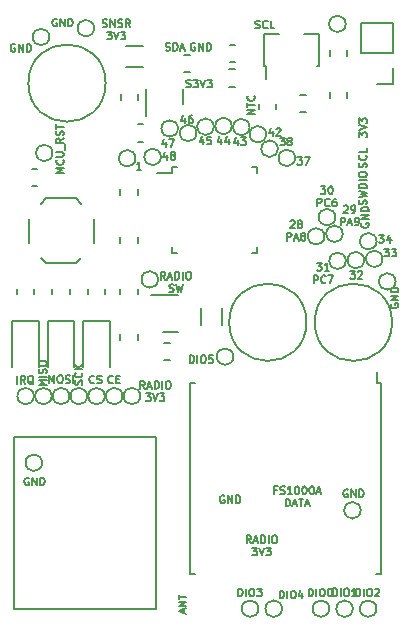
<source format=gto>
%TF.GenerationSoftware,KiCad,Pcbnew,6.0.11-2627ca5db0~126~ubuntu22.04.1*%
%TF.CreationDate,2023-02-10T03:37:06+05:30*%
%TF.ProjectId,thermal_sampler,74686572-6d61-46c5-9f73-616d706c6572,rev?*%
%TF.SameCoordinates,Original*%
%TF.FileFunction,Legend,Top*%
%TF.FilePolarity,Positive*%
%FSLAX46Y46*%
G04 Gerber Fmt 4.6, Leading zero omitted, Abs format (unit mm)*
G04 Created by KiCad (PCBNEW 6.0.11-2627ca5db0~126~ubuntu22.04.1) date 2023-02-10 03:37:06*
%MOMM*%
%LPD*%
G01*
G04 APERTURE LIST*
%ADD10C,0.160000*%
G04 APERTURE END LIST*
D10*
X167934761Y-138652702D02*
X167965714Y-138621750D01*
X168027619Y-138590797D01*
X168182380Y-138590797D01*
X168244285Y-138621750D01*
X168275238Y-138652702D01*
X168306190Y-138714607D01*
X168306190Y-138776511D01*
X168275238Y-138869369D01*
X167903809Y-139240797D01*
X168306190Y-139240797D01*
X168615714Y-139240797D02*
X168739523Y-139240797D01*
X168801428Y-139209845D01*
X168832380Y-139178892D01*
X168894285Y-139086035D01*
X168925238Y-138962226D01*
X168925238Y-138714607D01*
X168894285Y-138652702D01*
X168863333Y-138621750D01*
X168801428Y-138590797D01*
X168677619Y-138590797D01*
X168615714Y-138621750D01*
X168584761Y-138652702D01*
X168553809Y-138714607D01*
X168553809Y-138869369D01*
X168584761Y-138931273D01*
X168615714Y-138962226D01*
X168677619Y-138993178D01*
X168801428Y-138993178D01*
X168863333Y-138962226D01*
X168894285Y-138931273D01*
X168925238Y-138869369D01*
X167671666Y-140287297D02*
X167671666Y-139637297D01*
X167919285Y-139637297D01*
X167981190Y-139668250D01*
X168012142Y-139699202D01*
X168043095Y-139761107D01*
X168043095Y-139853964D01*
X168012142Y-139915869D01*
X167981190Y-139946821D01*
X167919285Y-139977773D01*
X167671666Y-139977773D01*
X168290714Y-140101583D02*
X168600238Y-140101583D01*
X168228809Y-140287297D02*
X168445476Y-139637297D01*
X168662142Y-140287297D01*
X168909761Y-140287297D02*
X169033571Y-140287297D01*
X169095476Y-140256345D01*
X169126428Y-140225392D01*
X169188333Y-140132535D01*
X169219285Y-140008726D01*
X169219285Y-139761107D01*
X169188333Y-139699202D01*
X169157380Y-139668250D01*
X169095476Y-139637297D01*
X168971666Y-139637297D01*
X168909761Y-139668250D01*
X168878809Y-139699202D01*
X168847857Y-139761107D01*
X168847857Y-139915869D01*
X168878809Y-139977773D01*
X168909761Y-140008726D01*
X168971666Y-140039678D01*
X169095476Y-140039678D01*
X169157380Y-140008726D01*
X169188333Y-139977773D01*
X169219285Y-139915869D01*
X148373596Y-153600555D02*
X148342644Y-153631508D01*
X148249787Y-153662460D01*
X148187882Y-153662460D01*
X148095025Y-153631508D01*
X148033120Y-153569603D01*
X148002168Y-153507698D01*
X147971215Y-153383889D01*
X147971215Y-153291032D01*
X148002168Y-153167222D01*
X148033120Y-153105317D01*
X148095025Y-153043413D01*
X148187882Y-153012460D01*
X148249787Y-153012460D01*
X148342644Y-153043413D01*
X148373596Y-153074365D01*
X148652168Y-153321984D02*
X148868834Y-153321984D01*
X148961692Y-153662460D02*
X148652168Y-153662460D01*
X148652168Y-153012460D01*
X148961692Y-153012460D01*
X151082794Y-154122870D02*
X150866128Y-153813346D01*
X150711366Y-154122870D02*
X150711366Y-153472870D01*
X150958985Y-153472870D01*
X151020890Y-153503823D01*
X151051842Y-153534775D01*
X151082794Y-153596680D01*
X151082794Y-153689537D01*
X151051842Y-153751442D01*
X151020890Y-153782394D01*
X150958985Y-153813346D01*
X150711366Y-153813346D01*
X151330414Y-153937156D02*
X151639937Y-153937156D01*
X151268509Y-154122870D02*
X151485175Y-153472870D01*
X151701842Y-154122870D01*
X151918509Y-154122870D02*
X151918509Y-153472870D01*
X152073271Y-153472870D01*
X152166128Y-153503823D01*
X152228033Y-153565727D01*
X152258985Y-153627632D01*
X152289937Y-153751442D01*
X152289937Y-153844299D01*
X152258985Y-153968108D01*
X152228033Y-154030013D01*
X152166128Y-154091918D01*
X152073271Y-154122870D01*
X151918509Y-154122870D01*
X152568509Y-154122870D02*
X152568509Y-153472870D01*
X153001842Y-153472870D02*
X153125652Y-153472870D01*
X153187556Y-153503823D01*
X153249461Y-153565727D01*
X153280414Y-153689537D01*
X153280414Y-153906203D01*
X153249461Y-154030013D01*
X153187556Y-154091918D01*
X153125652Y-154122870D01*
X153001842Y-154122870D01*
X152939937Y-154091918D01*
X152878033Y-154030013D01*
X152847080Y-153906203D01*
X152847080Y-153689537D01*
X152878033Y-153565727D01*
X152939937Y-153503823D01*
X153001842Y-153472870D01*
X151175652Y-154519370D02*
X151578033Y-154519370D01*
X151361366Y-154766989D01*
X151454223Y-154766989D01*
X151516128Y-154797942D01*
X151547080Y-154828894D01*
X151578033Y-154890799D01*
X151578033Y-155045561D01*
X151547080Y-155107465D01*
X151516128Y-155138418D01*
X151454223Y-155169370D01*
X151268509Y-155169370D01*
X151206604Y-155138418D01*
X151175652Y-155107465D01*
X151763747Y-154519370D02*
X151980414Y-155169370D01*
X152197080Y-154519370D01*
X152351842Y-154519370D02*
X152754223Y-154519370D01*
X152537556Y-154766989D01*
X152630414Y-154766989D01*
X152692318Y-154797942D01*
X152723271Y-154828894D01*
X152754223Y-154890799D01*
X152754223Y-155045561D01*
X152723271Y-155107465D01*
X152692318Y-155138418D01*
X152630414Y-155169370D01*
X152444699Y-155169370D01*
X152382794Y-155138418D01*
X152351842Y-155107465D01*
X168254761Y-162675000D02*
X168192857Y-162644047D01*
X168100000Y-162644047D01*
X168007142Y-162675000D01*
X167945238Y-162736904D01*
X167914285Y-162798809D01*
X167883333Y-162922619D01*
X167883333Y-163015476D01*
X167914285Y-163139285D01*
X167945238Y-163201190D01*
X168007142Y-163263095D01*
X168100000Y-163294047D01*
X168161904Y-163294047D01*
X168254761Y-163263095D01*
X168285714Y-163232142D01*
X168285714Y-163015476D01*
X168161904Y-163015476D01*
X168564285Y-163294047D02*
X168564285Y-162644047D01*
X168935714Y-163294047D01*
X168935714Y-162644047D01*
X169245238Y-163294047D02*
X169245238Y-162644047D01*
X169400000Y-162644047D01*
X169492857Y-162675000D01*
X169554761Y-162736904D01*
X169585714Y-162798809D01*
X169616666Y-162922619D01*
X169616666Y-163015476D01*
X169585714Y-163139285D01*
X169554761Y-163201190D01*
X169492857Y-163263095D01*
X169400000Y-163294047D01*
X169245238Y-163294047D01*
X171363809Y-142264047D02*
X171766190Y-142264047D01*
X171549523Y-142511666D01*
X171642380Y-142511666D01*
X171704285Y-142542619D01*
X171735238Y-142573571D01*
X171766190Y-142635476D01*
X171766190Y-142790238D01*
X171735238Y-142852142D01*
X171704285Y-142883095D01*
X171642380Y-142914047D01*
X171456666Y-142914047D01*
X171394761Y-142883095D01*
X171363809Y-142852142D01*
X171982857Y-142264047D02*
X172385238Y-142264047D01*
X172168571Y-142511666D01*
X172261428Y-142511666D01*
X172323333Y-142542619D01*
X172354285Y-142573571D01*
X172385238Y-142635476D01*
X172385238Y-142790238D01*
X172354285Y-142852142D01*
X172323333Y-142883095D01*
X172261428Y-142914047D01*
X172075714Y-142914047D01*
X172013809Y-142883095D01*
X171982857Y-142852142D01*
X167012941Y-171689074D02*
X167012941Y-171039074D01*
X167167702Y-171039074D01*
X167260560Y-171070027D01*
X167322464Y-171131931D01*
X167353417Y-171193836D01*
X167384369Y-171317646D01*
X167384369Y-171410503D01*
X167353417Y-171534312D01*
X167322464Y-171596217D01*
X167260560Y-171658122D01*
X167167702Y-171689074D01*
X167012941Y-171689074D01*
X167662941Y-171689074D02*
X167662941Y-171039074D01*
X168096274Y-171039074D02*
X168220083Y-171039074D01*
X168281988Y-171070027D01*
X168343893Y-171131931D01*
X168374845Y-171255741D01*
X168374845Y-171472407D01*
X168343893Y-171596217D01*
X168281988Y-171658122D01*
X168220083Y-171689074D01*
X168096274Y-171689074D01*
X168034369Y-171658122D01*
X167972464Y-171596217D01*
X167941512Y-171472407D01*
X167941512Y-171255741D01*
X167972464Y-171131931D01*
X168034369Y-171070027D01*
X168096274Y-171039074D01*
X168993893Y-171689074D02*
X168622464Y-171689074D01*
X168808179Y-171689074D02*
X168808179Y-171039074D01*
X168746274Y-171131931D01*
X168684369Y-171193836D01*
X168622464Y-171224788D01*
X160456190Y-123583095D02*
X160549047Y-123614047D01*
X160703809Y-123614047D01*
X160765714Y-123583095D01*
X160796666Y-123552142D01*
X160827619Y-123490238D01*
X160827619Y-123428333D01*
X160796666Y-123366428D01*
X160765714Y-123335476D01*
X160703809Y-123304523D01*
X160580000Y-123273571D01*
X160518095Y-123242619D01*
X160487142Y-123211666D01*
X160456190Y-123149761D01*
X160456190Y-123087857D01*
X160487142Y-123025952D01*
X160518095Y-122995000D01*
X160580000Y-122964047D01*
X160734761Y-122964047D01*
X160827619Y-122995000D01*
X161477619Y-123552142D02*
X161446666Y-123583095D01*
X161353809Y-123614047D01*
X161291904Y-123614047D01*
X161199047Y-123583095D01*
X161137142Y-123521190D01*
X161106190Y-123459285D01*
X161075238Y-123335476D01*
X161075238Y-123242619D01*
X161106190Y-123118809D01*
X161137142Y-123056904D01*
X161199047Y-122995000D01*
X161291904Y-122964047D01*
X161353809Y-122964047D01*
X161446666Y-122995000D01*
X161477619Y-123025952D01*
X162065714Y-123614047D02*
X161756190Y-123614047D01*
X161756190Y-122964047D01*
X169853095Y-135383809D02*
X169884047Y-135290952D01*
X169884047Y-135136190D01*
X169853095Y-135074285D01*
X169822142Y-135043333D01*
X169760238Y-135012380D01*
X169698333Y-135012380D01*
X169636428Y-135043333D01*
X169605476Y-135074285D01*
X169574523Y-135136190D01*
X169543571Y-135260000D01*
X169512619Y-135321904D01*
X169481666Y-135352857D01*
X169419761Y-135383809D01*
X169357857Y-135383809D01*
X169295952Y-135352857D01*
X169265000Y-135321904D01*
X169234047Y-135260000D01*
X169234047Y-135105238D01*
X169265000Y-135012380D01*
X169822142Y-134362380D02*
X169853095Y-134393333D01*
X169884047Y-134486190D01*
X169884047Y-134548095D01*
X169853095Y-134640952D01*
X169791190Y-134702857D01*
X169729285Y-134733809D01*
X169605476Y-134764761D01*
X169512619Y-134764761D01*
X169388809Y-134733809D01*
X169326904Y-134702857D01*
X169265000Y-134640952D01*
X169234047Y-134548095D01*
X169234047Y-134486190D01*
X169265000Y-134393333D01*
X169295952Y-134362380D01*
X169884047Y-133774285D02*
X169884047Y-134083809D01*
X169234047Y-134083809D01*
X152884285Y-133200714D02*
X152884285Y-133634047D01*
X152729523Y-132953095D02*
X152574761Y-133417380D01*
X152977142Y-133417380D01*
X153162857Y-132984047D02*
X153596190Y-132984047D01*
X153317619Y-133634047D01*
X164003809Y-134514047D02*
X164406190Y-134514047D01*
X164189523Y-134761666D01*
X164282380Y-134761666D01*
X164344285Y-134792619D01*
X164375238Y-134823571D01*
X164406190Y-134885476D01*
X164406190Y-135040238D01*
X164375238Y-135102142D01*
X164344285Y-135133095D01*
X164282380Y-135164047D01*
X164096666Y-135164047D01*
X164034761Y-135133095D01*
X164003809Y-135102142D01*
X164622857Y-134514047D02*
X165056190Y-134514047D01*
X164777619Y-135164047D01*
X140270852Y-153687929D02*
X140270852Y-153037929D01*
X140951805Y-153687929D02*
X140735138Y-153378405D01*
X140580376Y-153687929D02*
X140580376Y-153037929D01*
X140827995Y-153037929D01*
X140889900Y-153068882D01*
X140920852Y-153099834D01*
X140951805Y-153161739D01*
X140951805Y-153254596D01*
X140920852Y-153316501D01*
X140889900Y-153347453D01*
X140827995Y-153378405D01*
X140580376Y-153378405D01*
X141663709Y-153749834D02*
X141601805Y-153718882D01*
X141539900Y-153656977D01*
X141447043Y-153564120D01*
X141385138Y-153533167D01*
X141323233Y-153533167D01*
X141354186Y-153687929D02*
X141292281Y-153656977D01*
X141230376Y-153595072D01*
X141199424Y-153471262D01*
X141199424Y-153254596D01*
X141230376Y-153130786D01*
X141292281Y-153068882D01*
X141354186Y-153037929D01*
X141477995Y-153037929D01*
X141539900Y-153068882D01*
X141601805Y-153130786D01*
X141632757Y-153254596D01*
X141632757Y-153471262D01*
X141601805Y-153595072D01*
X141539900Y-153656977D01*
X141477995Y-153687929D01*
X141354186Y-153687929D01*
X165663809Y-143490797D02*
X166066190Y-143490797D01*
X165849523Y-143738416D01*
X165942380Y-143738416D01*
X166004285Y-143769369D01*
X166035238Y-143800321D01*
X166066190Y-143862226D01*
X166066190Y-144016988D01*
X166035238Y-144078892D01*
X166004285Y-144109845D01*
X165942380Y-144140797D01*
X165756666Y-144140797D01*
X165694761Y-144109845D01*
X165663809Y-144078892D01*
X166685238Y-144140797D02*
X166313809Y-144140797D01*
X166499523Y-144140797D02*
X166499523Y-143490797D01*
X166437619Y-143583654D01*
X166375714Y-143645559D01*
X166313809Y-143676511D01*
X165385238Y-145187297D02*
X165385238Y-144537297D01*
X165632857Y-144537297D01*
X165694761Y-144568250D01*
X165725714Y-144599202D01*
X165756666Y-144661107D01*
X165756666Y-144753964D01*
X165725714Y-144815869D01*
X165694761Y-144846821D01*
X165632857Y-144877773D01*
X165385238Y-144877773D01*
X166406666Y-145125392D02*
X166375714Y-145156345D01*
X166282857Y-145187297D01*
X166220952Y-145187297D01*
X166128095Y-145156345D01*
X166066190Y-145094440D01*
X166035238Y-145032535D01*
X166004285Y-144908726D01*
X166004285Y-144815869D01*
X166035238Y-144692059D01*
X166066190Y-144630154D01*
X166128095Y-144568250D01*
X166220952Y-144537297D01*
X166282857Y-144537297D01*
X166375714Y-144568250D01*
X166406666Y-144599202D01*
X166623333Y-144537297D02*
X167056666Y-144537297D01*
X166778095Y-145187297D01*
X154885000Y-151944047D02*
X154885000Y-151294047D01*
X155039761Y-151294047D01*
X155132619Y-151325000D01*
X155194523Y-151386904D01*
X155225476Y-151448809D01*
X155256428Y-151572619D01*
X155256428Y-151665476D01*
X155225476Y-151789285D01*
X155194523Y-151851190D01*
X155132619Y-151913095D01*
X155039761Y-151944047D01*
X154885000Y-151944047D01*
X155535000Y-151944047D02*
X155535000Y-151294047D01*
X155968333Y-151294047D02*
X156092142Y-151294047D01*
X156154047Y-151325000D01*
X156215952Y-151386904D01*
X156246904Y-151510714D01*
X156246904Y-151727380D01*
X156215952Y-151851190D01*
X156154047Y-151913095D01*
X156092142Y-151944047D01*
X155968333Y-151944047D01*
X155906428Y-151913095D01*
X155844523Y-151851190D01*
X155813571Y-151727380D01*
X155813571Y-151510714D01*
X155844523Y-151386904D01*
X155906428Y-151325000D01*
X155968333Y-151294047D01*
X156835000Y-151294047D02*
X156525476Y-151294047D01*
X156494523Y-151603571D01*
X156525476Y-151572619D01*
X156587380Y-151541666D01*
X156742142Y-151541666D01*
X156804047Y-151572619D01*
X156835000Y-151603571D01*
X156865952Y-151665476D01*
X156865952Y-151820238D01*
X156835000Y-151882142D01*
X156804047Y-151913095D01*
X156742142Y-151944047D01*
X156587380Y-151944047D01*
X156525476Y-151913095D01*
X156494523Y-151882142D01*
X142983829Y-153641237D02*
X142983829Y-152991237D01*
X143200496Y-153455523D01*
X143417162Y-152991237D01*
X143417162Y-153641237D01*
X143850496Y-152991237D02*
X143974305Y-152991237D01*
X144036210Y-153022190D01*
X144098115Y-153084094D01*
X144129067Y-153207904D01*
X144129067Y-153424570D01*
X144098115Y-153548380D01*
X144036210Y-153610285D01*
X143974305Y-153641237D01*
X143850496Y-153641237D01*
X143788591Y-153610285D01*
X143726686Y-153548380D01*
X143695734Y-153424570D01*
X143695734Y-153207904D01*
X143726686Y-153084094D01*
X143788591Y-153022190D01*
X143850496Y-152991237D01*
X144376686Y-153610285D02*
X144469543Y-153641237D01*
X144624305Y-153641237D01*
X144686210Y-153610285D01*
X144717162Y-153579332D01*
X144748115Y-153517428D01*
X144748115Y-153455523D01*
X144717162Y-153393618D01*
X144686210Y-153362666D01*
X144624305Y-153331713D01*
X144500496Y-153300761D01*
X144438591Y-153269809D01*
X144407638Y-153238856D01*
X144376686Y-153176951D01*
X144376686Y-153115047D01*
X144407638Y-153053142D01*
X144438591Y-153022190D01*
X144500496Y-152991237D01*
X144655258Y-152991237D01*
X144748115Y-153022190D01*
X145026686Y-153641237D02*
X145026686Y-152991237D01*
X158999347Y-171692587D02*
X158999347Y-171042587D01*
X159154108Y-171042587D01*
X159246966Y-171073540D01*
X159308870Y-171135444D01*
X159339823Y-171197349D01*
X159370775Y-171321159D01*
X159370775Y-171414016D01*
X159339823Y-171537825D01*
X159308870Y-171599730D01*
X159246966Y-171661635D01*
X159154108Y-171692587D01*
X158999347Y-171692587D01*
X159649347Y-171692587D02*
X159649347Y-171042587D01*
X160082680Y-171042587D02*
X160206489Y-171042587D01*
X160268394Y-171073540D01*
X160330299Y-171135444D01*
X160361251Y-171259254D01*
X160361251Y-171475920D01*
X160330299Y-171599730D01*
X160268394Y-171661635D01*
X160206489Y-171692587D01*
X160082680Y-171692587D01*
X160020775Y-171661635D01*
X159958870Y-171599730D01*
X159927918Y-171475920D01*
X159927918Y-171259254D01*
X159958870Y-171135444D01*
X160020775Y-171073540D01*
X160082680Y-171042587D01*
X160577918Y-171042587D02*
X160980299Y-171042587D01*
X160763632Y-171290206D01*
X160856489Y-171290206D01*
X160918394Y-171321159D01*
X160949347Y-171352111D01*
X160980299Y-171414016D01*
X160980299Y-171568778D01*
X160949347Y-171630682D01*
X160918394Y-171661635D01*
X160856489Y-171692587D01*
X160670775Y-171692587D01*
X160608870Y-171661635D01*
X160577918Y-171630682D01*
X161904285Y-132280714D02*
X161904285Y-132714047D01*
X161749523Y-132033095D02*
X161594761Y-132497380D01*
X161997142Y-132497380D01*
X162213809Y-132125952D02*
X162244761Y-132095000D01*
X162306666Y-132064047D01*
X162461428Y-132064047D01*
X162523333Y-132095000D01*
X162554285Y-132125952D01*
X162585238Y-132187857D01*
X162585238Y-132249761D01*
X162554285Y-132342619D01*
X162182857Y-132714047D01*
X162585238Y-132714047D01*
X154484285Y-131200714D02*
X154484285Y-131634047D01*
X154329523Y-130953095D02*
X154174761Y-131417380D01*
X154577142Y-131417380D01*
X155103333Y-130984047D02*
X154979523Y-130984047D01*
X154917619Y-131015000D01*
X154886666Y-131045952D01*
X154824761Y-131138809D01*
X154793809Y-131262619D01*
X154793809Y-131510238D01*
X154824761Y-131572142D01*
X154855714Y-131603095D01*
X154917619Y-131634047D01*
X155041428Y-131634047D01*
X155103333Y-131603095D01*
X155134285Y-131572142D01*
X155165238Y-131510238D01*
X155165238Y-131355476D01*
X155134285Y-131293571D01*
X155103333Y-131262619D01*
X155041428Y-131231666D01*
X154917619Y-131231666D01*
X154855714Y-131262619D01*
X154824761Y-131293571D01*
X154793809Y-131355476D01*
X170923809Y-141104047D02*
X171326190Y-141104047D01*
X171109523Y-141351666D01*
X171202380Y-141351666D01*
X171264285Y-141382619D01*
X171295238Y-141413571D01*
X171326190Y-141475476D01*
X171326190Y-141630238D01*
X171295238Y-141692142D01*
X171264285Y-141723095D01*
X171202380Y-141754047D01*
X171016666Y-141754047D01*
X170954761Y-141723095D01*
X170923809Y-141692142D01*
X171883333Y-141320714D02*
X171883333Y-141754047D01*
X171728571Y-141073095D02*
X171573809Y-141537380D01*
X171976190Y-141537380D01*
X164968403Y-171692612D02*
X164968403Y-171042612D01*
X165123164Y-171042612D01*
X165216022Y-171073565D01*
X165277926Y-171135469D01*
X165308879Y-171197374D01*
X165339831Y-171321184D01*
X165339831Y-171414041D01*
X165308879Y-171537850D01*
X165277926Y-171599755D01*
X165216022Y-171661660D01*
X165123164Y-171692612D01*
X164968403Y-171692612D01*
X165618403Y-171692612D02*
X165618403Y-171042612D01*
X166051736Y-171042612D02*
X166175545Y-171042612D01*
X166237450Y-171073565D01*
X166299355Y-171135469D01*
X166330307Y-171259279D01*
X166330307Y-171475945D01*
X166299355Y-171599755D01*
X166237450Y-171661660D01*
X166175545Y-171692612D01*
X166051736Y-171692612D01*
X165989831Y-171661660D01*
X165927926Y-171599755D01*
X165896974Y-171475945D01*
X165896974Y-171259279D01*
X165927926Y-171135469D01*
X165989831Y-171073565D01*
X166051736Y-171042612D01*
X166732688Y-171042612D02*
X166794593Y-171042612D01*
X166856498Y-171073565D01*
X166887450Y-171104517D01*
X166918403Y-171166422D01*
X166949355Y-171290231D01*
X166949355Y-171444993D01*
X166918403Y-171568803D01*
X166887450Y-171630707D01*
X166856498Y-171661660D01*
X166794593Y-171692612D01*
X166732688Y-171692612D01*
X166670783Y-171661660D01*
X166639831Y-171630707D01*
X166608879Y-171568803D01*
X166577926Y-171444993D01*
X166577926Y-171290231D01*
X166608879Y-171166422D01*
X166639831Y-171104517D01*
X166670783Y-171073565D01*
X166732688Y-171042612D01*
X169254047Y-132804761D02*
X169254047Y-132402380D01*
X169501666Y-132619047D01*
X169501666Y-132526190D01*
X169532619Y-132464285D01*
X169563571Y-132433333D01*
X169625476Y-132402380D01*
X169780238Y-132402380D01*
X169842142Y-132433333D01*
X169873095Y-132464285D01*
X169904047Y-132526190D01*
X169904047Y-132711904D01*
X169873095Y-132773809D01*
X169842142Y-132804761D01*
X169254047Y-132216666D02*
X169904047Y-132000000D01*
X169254047Y-131783333D01*
X169254047Y-131628571D02*
X169254047Y-131226190D01*
X169501666Y-131442857D01*
X169501666Y-131350000D01*
X169532619Y-131288095D01*
X169563571Y-131257142D01*
X169625476Y-131226190D01*
X169780238Y-131226190D01*
X169842142Y-131257142D01*
X169873095Y-131288095D01*
X169904047Y-131350000D01*
X169904047Y-131535714D01*
X169873095Y-131597619D01*
X169842142Y-131628571D01*
X162246666Y-162700321D02*
X162030000Y-162700321D01*
X162030000Y-163040797D02*
X162030000Y-162390797D01*
X162339523Y-162390797D01*
X162556190Y-163009845D02*
X162649047Y-163040797D01*
X162803809Y-163040797D01*
X162865714Y-163009845D01*
X162896666Y-162978892D01*
X162927619Y-162916988D01*
X162927619Y-162855083D01*
X162896666Y-162793178D01*
X162865714Y-162762226D01*
X162803809Y-162731273D01*
X162680000Y-162700321D01*
X162618095Y-162669369D01*
X162587142Y-162638416D01*
X162556190Y-162576511D01*
X162556190Y-162514607D01*
X162587142Y-162452702D01*
X162618095Y-162421750D01*
X162680000Y-162390797D01*
X162834761Y-162390797D01*
X162927619Y-162421750D01*
X163546666Y-163040797D02*
X163175238Y-163040797D01*
X163360952Y-163040797D02*
X163360952Y-162390797D01*
X163299047Y-162483654D01*
X163237142Y-162545559D01*
X163175238Y-162576511D01*
X163949047Y-162390797D02*
X164010952Y-162390797D01*
X164072857Y-162421750D01*
X164103809Y-162452702D01*
X164134761Y-162514607D01*
X164165714Y-162638416D01*
X164165714Y-162793178D01*
X164134761Y-162916988D01*
X164103809Y-162978892D01*
X164072857Y-163009845D01*
X164010952Y-163040797D01*
X163949047Y-163040797D01*
X163887142Y-163009845D01*
X163856190Y-162978892D01*
X163825238Y-162916988D01*
X163794285Y-162793178D01*
X163794285Y-162638416D01*
X163825238Y-162514607D01*
X163856190Y-162452702D01*
X163887142Y-162421750D01*
X163949047Y-162390797D01*
X164568095Y-162390797D02*
X164630000Y-162390797D01*
X164691904Y-162421750D01*
X164722857Y-162452702D01*
X164753809Y-162514607D01*
X164784761Y-162638416D01*
X164784761Y-162793178D01*
X164753809Y-162916988D01*
X164722857Y-162978892D01*
X164691904Y-163009845D01*
X164630000Y-163040797D01*
X164568095Y-163040797D01*
X164506190Y-163009845D01*
X164475238Y-162978892D01*
X164444285Y-162916988D01*
X164413333Y-162793178D01*
X164413333Y-162638416D01*
X164444285Y-162514607D01*
X164475238Y-162452702D01*
X164506190Y-162421750D01*
X164568095Y-162390797D01*
X165187142Y-162390797D02*
X165249047Y-162390797D01*
X165310952Y-162421750D01*
X165341904Y-162452702D01*
X165372857Y-162514607D01*
X165403809Y-162638416D01*
X165403809Y-162793178D01*
X165372857Y-162916988D01*
X165341904Y-162978892D01*
X165310952Y-163009845D01*
X165249047Y-163040797D01*
X165187142Y-163040797D01*
X165125238Y-163009845D01*
X165094285Y-162978892D01*
X165063333Y-162916988D01*
X165032380Y-162793178D01*
X165032380Y-162638416D01*
X165063333Y-162514607D01*
X165094285Y-162452702D01*
X165125238Y-162421750D01*
X165187142Y-162390797D01*
X165651428Y-162855083D02*
X165960952Y-162855083D01*
X165589523Y-163040797D02*
X165806190Y-162390797D01*
X166022857Y-163040797D01*
X163005000Y-164087297D02*
X163005000Y-163437297D01*
X163159761Y-163437297D01*
X163252619Y-163468250D01*
X163314523Y-163530154D01*
X163345476Y-163592059D01*
X163376428Y-163715869D01*
X163376428Y-163808726D01*
X163345476Y-163932535D01*
X163314523Y-163994440D01*
X163252619Y-164056345D01*
X163159761Y-164087297D01*
X163005000Y-164087297D01*
X163624047Y-163901583D02*
X163933571Y-163901583D01*
X163562142Y-164087297D02*
X163778809Y-163437297D01*
X163995476Y-164087297D01*
X164119285Y-163437297D02*
X164490714Y-163437297D01*
X164305000Y-164087297D02*
X164305000Y-163437297D01*
X164676428Y-163901583D02*
X164985952Y-163901583D01*
X164614523Y-164087297D02*
X164831190Y-163437297D01*
X165047857Y-164087297D01*
X152840714Y-125473095D02*
X152933571Y-125504047D01*
X153088333Y-125504047D01*
X153150238Y-125473095D01*
X153181190Y-125442142D01*
X153212142Y-125380238D01*
X153212142Y-125318333D01*
X153181190Y-125256428D01*
X153150238Y-125225476D01*
X153088333Y-125194523D01*
X152964523Y-125163571D01*
X152902619Y-125132619D01*
X152871666Y-125101666D01*
X152840714Y-125039761D01*
X152840714Y-124977857D01*
X152871666Y-124915952D01*
X152902619Y-124885000D01*
X152964523Y-124854047D01*
X153119285Y-124854047D01*
X153212142Y-124885000D01*
X153490714Y-125504047D02*
X153490714Y-124854047D01*
X153645476Y-124854047D01*
X153738333Y-124885000D01*
X153800238Y-124946904D01*
X153831190Y-125008809D01*
X153862142Y-125132619D01*
X153862142Y-125225476D01*
X153831190Y-125349285D01*
X153800238Y-125411190D01*
X153738333Y-125473095D01*
X153645476Y-125504047D01*
X153490714Y-125504047D01*
X154109761Y-125318333D02*
X154419285Y-125318333D01*
X154047857Y-125504047D02*
X154264523Y-124854047D01*
X154481190Y-125504047D01*
X171934083Y-146934117D02*
X171903130Y-146996021D01*
X171903130Y-147088879D01*
X171934083Y-147181736D01*
X171995987Y-147243640D01*
X172057892Y-147274593D01*
X172181702Y-147305545D01*
X172274559Y-147305545D01*
X172398368Y-147274593D01*
X172460273Y-147243640D01*
X172522178Y-147181736D01*
X172553130Y-147088879D01*
X172553130Y-147026974D01*
X172522178Y-146934117D01*
X172491225Y-146903164D01*
X172274559Y-146903164D01*
X172274559Y-147026974D01*
X172553130Y-146624593D02*
X171903130Y-146624593D01*
X172553130Y-146253164D01*
X171903130Y-146253164D01*
X172553130Y-145943640D02*
X171903130Y-145943640D01*
X171903130Y-145788879D01*
X171934083Y-145696021D01*
X171995987Y-145634117D01*
X172057892Y-145603164D01*
X172181702Y-145572212D01*
X172274559Y-145572212D01*
X172398368Y-145603164D01*
X172460273Y-145634117D01*
X172522178Y-145696021D01*
X172553130Y-145788879D01*
X172553130Y-145943640D01*
X162513809Y-132874047D02*
X162916190Y-132874047D01*
X162699523Y-133121666D01*
X162792380Y-133121666D01*
X162854285Y-133152619D01*
X162885238Y-133183571D01*
X162916190Y-133245476D01*
X162916190Y-133400238D01*
X162885238Y-133462142D01*
X162854285Y-133493095D01*
X162792380Y-133524047D01*
X162606666Y-133524047D01*
X162544761Y-133493095D01*
X162513809Y-133462142D01*
X163287619Y-133152619D02*
X163225714Y-133121666D01*
X163194761Y-133090714D01*
X163163809Y-133028809D01*
X163163809Y-132997857D01*
X163194761Y-132935952D01*
X163225714Y-132905000D01*
X163287619Y-132874047D01*
X163411428Y-132874047D01*
X163473333Y-132905000D01*
X163504285Y-132935952D01*
X163535238Y-132997857D01*
X163535238Y-133028809D01*
X163504285Y-133090714D01*
X163473333Y-133121666D01*
X163411428Y-133152619D01*
X163287619Y-133152619D01*
X163225714Y-133183571D01*
X163194761Y-133214523D01*
X163163809Y-133276428D01*
X163163809Y-133400238D01*
X163194761Y-133462142D01*
X163225714Y-133493095D01*
X163287619Y-133524047D01*
X163411428Y-133524047D01*
X163473333Y-133493095D01*
X163504285Y-133462142D01*
X163535238Y-133400238D01*
X163535238Y-133276428D01*
X163504285Y-133214523D01*
X163473333Y-133183571D01*
X163411428Y-133152619D01*
X168483809Y-144164047D02*
X168886190Y-144164047D01*
X168669523Y-144411666D01*
X168762380Y-144411666D01*
X168824285Y-144442619D01*
X168855238Y-144473571D01*
X168886190Y-144535476D01*
X168886190Y-144690238D01*
X168855238Y-144752142D01*
X168824285Y-144783095D01*
X168762380Y-144814047D01*
X168576666Y-144814047D01*
X168514761Y-144783095D01*
X168483809Y-144752142D01*
X169133809Y-144225952D02*
X169164761Y-144195000D01*
X169226666Y-144164047D01*
X169381428Y-144164047D01*
X169443333Y-144195000D01*
X169474285Y-144225952D01*
X169505238Y-144287857D01*
X169505238Y-144349761D01*
X169474285Y-144442619D01*
X169102857Y-144814047D01*
X169505238Y-144814047D01*
X141254761Y-161675000D02*
X141192857Y-161644047D01*
X141100000Y-161644047D01*
X141007142Y-161675000D01*
X140945238Y-161736904D01*
X140914285Y-161798809D01*
X140883333Y-161922619D01*
X140883333Y-162015476D01*
X140914285Y-162139285D01*
X140945238Y-162201190D01*
X141007142Y-162263095D01*
X141100000Y-162294047D01*
X141161904Y-162294047D01*
X141254761Y-162263095D01*
X141285714Y-162232142D01*
X141285714Y-162015476D01*
X141161904Y-162015476D01*
X141564285Y-162294047D02*
X141564285Y-161644047D01*
X141935714Y-162294047D01*
X141935714Y-161644047D01*
X142245238Y-162294047D02*
X142245238Y-161644047D01*
X142400000Y-161644047D01*
X142492857Y-161675000D01*
X142554761Y-161736904D01*
X142585714Y-161798809D01*
X142616666Y-161922619D01*
X142616666Y-162015476D01*
X142585714Y-162139285D01*
X142554761Y-162201190D01*
X142492857Y-162263095D01*
X142400000Y-162294047D01*
X142245238Y-162294047D01*
X165983809Y-136990797D02*
X166386190Y-136990797D01*
X166169523Y-137238416D01*
X166262380Y-137238416D01*
X166324285Y-137269369D01*
X166355238Y-137300321D01*
X166386190Y-137362226D01*
X166386190Y-137516988D01*
X166355238Y-137578892D01*
X166324285Y-137609845D01*
X166262380Y-137640797D01*
X166076666Y-137640797D01*
X166014761Y-137609845D01*
X165983809Y-137578892D01*
X166788571Y-136990797D02*
X166850476Y-136990797D01*
X166912380Y-137021750D01*
X166943333Y-137052702D01*
X166974285Y-137114607D01*
X167005238Y-137238416D01*
X167005238Y-137393178D01*
X166974285Y-137516988D01*
X166943333Y-137578892D01*
X166912380Y-137609845D01*
X166850476Y-137640797D01*
X166788571Y-137640797D01*
X166726666Y-137609845D01*
X166695714Y-137578892D01*
X166664761Y-137516988D01*
X166633809Y-137393178D01*
X166633809Y-137238416D01*
X166664761Y-137114607D01*
X166695714Y-137052702D01*
X166726666Y-137021750D01*
X166788571Y-136990797D01*
X165705238Y-138687297D02*
X165705238Y-138037297D01*
X165952857Y-138037297D01*
X166014761Y-138068250D01*
X166045714Y-138099202D01*
X166076666Y-138161107D01*
X166076666Y-138253964D01*
X166045714Y-138315869D01*
X166014761Y-138346821D01*
X165952857Y-138377773D01*
X165705238Y-138377773D01*
X166726666Y-138625392D02*
X166695714Y-138656345D01*
X166602857Y-138687297D01*
X166540952Y-138687297D01*
X166448095Y-138656345D01*
X166386190Y-138594440D01*
X166355238Y-138532535D01*
X166324285Y-138408726D01*
X166324285Y-138315869D01*
X166355238Y-138192059D01*
X166386190Y-138130154D01*
X166448095Y-138068250D01*
X166540952Y-138037297D01*
X166602857Y-138037297D01*
X166695714Y-138068250D01*
X166726666Y-138099202D01*
X167283809Y-138037297D02*
X167160000Y-138037297D01*
X167098095Y-138068250D01*
X167067142Y-138099202D01*
X167005238Y-138192059D01*
X166974285Y-138315869D01*
X166974285Y-138563488D01*
X167005238Y-138625392D01*
X167036190Y-138656345D01*
X167098095Y-138687297D01*
X167221904Y-138687297D01*
X167283809Y-138656345D01*
X167314761Y-138625392D01*
X167345714Y-138563488D01*
X167345714Y-138408726D01*
X167314761Y-138346821D01*
X167283809Y-138315869D01*
X167221904Y-138284916D01*
X167098095Y-138284916D01*
X167036190Y-138315869D01*
X167005238Y-138346821D01*
X166974285Y-138408726D01*
X154408333Y-173102857D02*
X154408333Y-172793333D01*
X154594047Y-173164761D02*
X153944047Y-172948095D01*
X154594047Y-172731428D01*
X154594047Y-172514761D02*
X153944047Y-172514761D01*
X154594047Y-172143333D01*
X153944047Y-172143333D01*
X153944047Y-171926666D02*
X153944047Y-171555238D01*
X154594047Y-171740952D02*
X153944047Y-171740952D01*
X150795714Y-135604047D02*
X150424285Y-135604047D01*
X150610000Y-135604047D02*
X150610000Y-134954047D01*
X150548095Y-135046904D01*
X150486190Y-135108809D01*
X150424285Y-135139761D01*
X154616666Y-128583095D02*
X154709523Y-128614047D01*
X154864285Y-128614047D01*
X154926190Y-128583095D01*
X154957142Y-128552142D01*
X154988095Y-128490238D01*
X154988095Y-128428333D01*
X154957142Y-128366428D01*
X154926190Y-128335476D01*
X154864285Y-128304523D01*
X154740476Y-128273571D01*
X154678571Y-128242619D01*
X154647619Y-128211666D01*
X154616666Y-128149761D01*
X154616666Y-128087857D01*
X154647619Y-128025952D01*
X154678571Y-127995000D01*
X154740476Y-127964047D01*
X154895238Y-127964047D01*
X154988095Y-127995000D01*
X155204761Y-127964047D02*
X155607142Y-127964047D01*
X155390476Y-128211666D01*
X155483333Y-128211666D01*
X155545238Y-128242619D01*
X155576190Y-128273571D01*
X155607142Y-128335476D01*
X155607142Y-128490238D01*
X155576190Y-128552142D01*
X155545238Y-128583095D01*
X155483333Y-128614047D01*
X155297619Y-128614047D01*
X155235714Y-128583095D01*
X155204761Y-128552142D01*
X155792857Y-127964047D02*
X156009523Y-128614047D01*
X156226190Y-127964047D01*
X156380952Y-127964047D02*
X156783333Y-127964047D01*
X156566666Y-128211666D01*
X156659523Y-128211666D01*
X156721428Y-128242619D01*
X156752380Y-128273571D01*
X156783333Y-128335476D01*
X156783333Y-128490238D01*
X156752380Y-128552142D01*
X156721428Y-128583095D01*
X156659523Y-128614047D01*
X156473809Y-128614047D01*
X156411904Y-128583095D01*
X156380952Y-128552142D01*
X169435000Y-140105238D02*
X169404047Y-140167142D01*
X169404047Y-140260000D01*
X169435000Y-140352857D01*
X169496904Y-140414761D01*
X169558809Y-140445714D01*
X169682619Y-140476666D01*
X169775476Y-140476666D01*
X169899285Y-140445714D01*
X169961190Y-140414761D01*
X170023095Y-140352857D01*
X170054047Y-140260000D01*
X170054047Y-140198095D01*
X170023095Y-140105238D01*
X169992142Y-140074285D01*
X169775476Y-140074285D01*
X169775476Y-140198095D01*
X170054047Y-139795714D02*
X169404047Y-139795714D01*
X170054047Y-139424285D01*
X169404047Y-139424285D01*
X170054047Y-139114761D02*
X169404047Y-139114761D01*
X169404047Y-138960000D01*
X169435000Y-138867142D01*
X169496904Y-138805238D01*
X169558809Y-138774285D01*
X169682619Y-138743333D01*
X169775476Y-138743333D01*
X169899285Y-138774285D01*
X169961190Y-138805238D01*
X170023095Y-138867142D01*
X170054047Y-138960000D01*
X170054047Y-139114761D01*
X144234047Y-135861904D02*
X143584047Y-135861904D01*
X144048333Y-135645238D01*
X143584047Y-135428571D01*
X144234047Y-135428571D01*
X144172142Y-134747619D02*
X144203095Y-134778571D01*
X144234047Y-134871428D01*
X144234047Y-134933333D01*
X144203095Y-135026190D01*
X144141190Y-135088095D01*
X144079285Y-135119047D01*
X143955476Y-135150000D01*
X143862619Y-135150000D01*
X143738809Y-135119047D01*
X143676904Y-135088095D01*
X143615000Y-135026190D01*
X143584047Y-134933333D01*
X143584047Y-134871428D01*
X143615000Y-134778571D01*
X143645952Y-134747619D01*
X143584047Y-134469047D02*
X144110238Y-134469047D01*
X144172142Y-134438095D01*
X144203095Y-134407142D01*
X144234047Y-134345238D01*
X144234047Y-134221428D01*
X144203095Y-134159523D01*
X144172142Y-134128571D01*
X144110238Y-134097619D01*
X143584047Y-134097619D01*
X144295952Y-133942857D02*
X144295952Y-133447619D01*
X144234047Y-132921428D02*
X143924523Y-133138095D01*
X144234047Y-133292857D02*
X143584047Y-133292857D01*
X143584047Y-133045238D01*
X143615000Y-132983333D01*
X143645952Y-132952380D01*
X143707857Y-132921428D01*
X143800714Y-132921428D01*
X143862619Y-132952380D01*
X143893571Y-132983333D01*
X143924523Y-133045238D01*
X143924523Y-133292857D01*
X144203095Y-132673809D02*
X144234047Y-132580952D01*
X144234047Y-132426190D01*
X144203095Y-132364285D01*
X144172142Y-132333333D01*
X144110238Y-132302380D01*
X144048333Y-132302380D01*
X143986428Y-132333333D01*
X143955476Y-132364285D01*
X143924523Y-132426190D01*
X143893571Y-132550000D01*
X143862619Y-132611904D01*
X143831666Y-132642857D01*
X143769761Y-132673809D01*
X143707857Y-132673809D01*
X143645952Y-132642857D01*
X143615000Y-132611904D01*
X143584047Y-132550000D01*
X143584047Y-132395238D01*
X143615000Y-132302380D01*
X143584047Y-132116666D02*
X143584047Y-131745238D01*
X144234047Y-131930952D02*
X143584047Y-131930952D01*
X155344761Y-124885000D02*
X155282857Y-124854047D01*
X155190000Y-124854047D01*
X155097142Y-124885000D01*
X155035238Y-124946904D01*
X155004285Y-125008809D01*
X154973333Y-125132619D01*
X154973333Y-125225476D01*
X155004285Y-125349285D01*
X155035238Y-125411190D01*
X155097142Y-125473095D01*
X155190000Y-125504047D01*
X155251904Y-125504047D01*
X155344761Y-125473095D01*
X155375714Y-125442142D01*
X155375714Y-125225476D01*
X155251904Y-125225476D01*
X155654285Y-125504047D02*
X155654285Y-124854047D01*
X156025714Y-125504047D01*
X156025714Y-124854047D01*
X156335238Y-125504047D02*
X156335238Y-124854047D01*
X156490000Y-124854047D01*
X156582857Y-124885000D01*
X156644761Y-124946904D01*
X156675714Y-125008809D01*
X156706666Y-125132619D01*
X156706666Y-125225476D01*
X156675714Y-125349285D01*
X156644761Y-125411190D01*
X156582857Y-125473095D01*
X156490000Y-125504047D01*
X156335238Y-125504047D01*
X163404761Y-139942702D02*
X163435714Y-139911750D01*
X163497619Y-139880797D01*
X163652380Y-139880797D01*
X163714285Y-139911750D01*
X163745238Y-139942702D01*
X163776190Y-140004607D01*
X163776190Y-140066511D01*
X163745238Y-140159369D01*
X163373809Y-140530797D01*
X163776190Y-140530797D01*
X164147619Y-140159369D02*
X164085714Y-140128416D01*
X164054761Y-140097464D01*
X164023809Y-140035559D01*
X164023809Y-140004607D01*
X164054761Y-139942702D01*
X164085714Y-139911750D01*
X164147619Y-139880797D01*
X164271428Y-139880797D01*
X164333333Y-139911750D01*
X164364285Y-139942702D01*
X164395238Y-140004607D01*
X164395238Y-140035559D01*
X164364285Y-140097464D01*
X164333333Y-140128416D01*
X164271428Y-140159369D01*
X164147619Y-140159369D01*
X164085714Y-140190321D01*
X164054761Y-140221273D01*
X164023809Y-140283178D01*
X164023809Y-140406988D01*
X164054761Y-140468892D01*
X164085714Y-140499845D01*
X164147619Y-140530797D01*
X164271428Y-140530797D01*
X164333333Y-140499845D01*
X164364285Y-140468892D01*
X164395238Y-140406988D01*
X164395238Y-140283178D01*
X164364285Y-140221273D01*
X164333333Y-140190321D01*
X164271428Y-140159369D01*
X163141666Y-141577297D02*
X163141666Y-140927297D01*
X163389285Y-140927297D01*
X163451190Y-140958250D01*
X163482142Y-140989202D01*
X163513095Y-141051107D01*
X163513095Y-141143964D01*
X163482142Y-141205869D01*
X163451190Y-141236821D01*
X163389285Y-141267773D01*
X163141666Y-141267773D01*
X163760714Y-141391583D02*
X164070238Y-141391583D01*
X163698809Y-141577297D02*
X163915476Y-140927297D01*
X164132142Y-141577297D01*
X164441666Y-141205869D02*
X164379761Y-141174916D01*
X164348809Y-141143964D01*
X164317857Y-141082059D01*
X164317857Y-141051107D01*
X164348809Y-140989202D01*
X164379761Y-140958250D01*
X164441666Y-140927297D01*
X164565476Y-140927297D01*
X164627380Y-140958250D01*
X164658333Y-140989202D01*
X164689285Y-141051107D01*
X164689285Y-141082059D01*
X164658333Y-141143964D01*
X164627380Y-141174916D01*
X164565476Y-141205869D01*
X164441666Y-141205869D01*
X164379761Y-141236821D01*
X164348809Y-141267773D01*
X164317857Y-141329678D01*
X164317857Y-141453488D01*
X164348809Y-141515392D01*
X164379761Y-141546345D01*
X164441666Y-141577297D01*
X164565476Y-141577297D01*
X164627380Y-141546345D01*
X164658333Y-141515392D01*
X164689285Y-141453488D01*
X164689285Y-141329678D01*
X164658333Y-141267773D01*
X164627380Y-141236821D01*
X164565476Y-141205869D01*
X162505414Y-171861289D02*
X162505414Y-171211289D01*
X162660175Y-171211289D01*
X162753033Y-171242242D01*
X162814937Y-171304146D01*
X162845890Y-171366051D01*
X162876842Y-171489861D01*
X162876842Y-171582718D01*
X162845890Y-171706527D01*
X162814937Y-171768432D01*
X162753033Y-171830337D01*
X162660175Y-171861289D01*
X162505414Y-171861289D01*
X163155414Y-171861289D02*
X163155414Y-171211289D01*
X163588747Y-171211289D02*
X163712556Y-171211289D01*
X163774461Y-171242242D01*
X163836366Y-171304146D01*
X163867318Y-171427956D01*
X163867318Y-171644622D01*
X163836366Y-171768432D01*
X163774461Y-171830337D01*
X163712556Y-171861289D01*
X163588747Y-171861289D01*
X163526842Y-171830337D01*
X163464937Y-171768432D01*
X163433985Y-171644622D01*
X163433985Y-171427956D01*
X163464937Y-171304146D01*
X163526842Y-171242242D01*
X163588747Y-171211289D01*
X164424461Y-171427956D02*
X164424461Y-171861289D01*
X164269699Y-171180337D02*
X164114937Y-171644622D01*
X164517318Y-171644622D01*
X169853095Y-138517380D02*
X169884047Y-138424523D01*
X169884047Y-138269761D01*
X169853095Y-138207857D01*
X169822142Y-138176904D01*
X169760238Y-138145952D01*
X169698333Y-138145952D01*
X169636428Y-138176904D01*
X169605476Y-138207857D01*
X169574523Y-138269761D01*
X169543571Y-138393571D01*
X169512619Y-138455476D01*
X169481666Y-138486428D01*
X169419761Y-138517380D01*
X169357857Y-138517380D01*
X169295952Y-138486428D01*
X169265000Y-138455476D01*
X169234047Y-138393571D01*
X169234047Y-138238809D01*
X169265000Y-138145952D01*
X169234047Y-137929285D02*
X169884047Y-137774523D01*
X169419761Y-137650714D01*
X169884047Y-137526904D01*
X169234047Y-137372142D01*
X169884047Y-137124523D02*
X169234047Y-137124523D01*
X169234047Y-136969761D01*
X169265000Y-136876904D01*
X169326904Y-136815000D01*
X169388809Y-136784047D01*
X169512619Y-136753095D01*
X169605476Y-136753095D01*
X169729285Y-136784047D01*
X169791190Y-136815000D01*
X169853095Y-136876904D01*
X169884047Y-136969761D01*
X169884047Y-137124523D01*
X169884047Y-136474523D02*
X169234047Y-136474523D01*
X169234047Y-136041190D02*
X169234047Y-135917380D01*
X169265000Y-135855476D01*
X169326904Y-135793571D01*
X169450714Y-135762619D01*
X169667380Y-135762619D01*
X169791190Y-135793571D01*
X169853095Y-135855476D01*
X169884047Y-135917380D01*
X169884047Y-136041190D01*
X169853095Y-136103095D01*
X169791190Y-136165000D01*
X169667380Y-136195952D01*
X169450714Y-136195952D01*
X169326904Y-136165000D01*
X169265000Y-136103095D01*
X169234047Y-136041190D01*
X168972585Y-171703223D02*
X168972585Y-171053223D01*
X169127346Y-171053223D01*
X169220204Y-171084176D01*
X169282108Y-171146080D01*
X169313061Y-171207985D01*
X169344013Y-171331795D01*
X169344013Y-171424652D01*
X169313061Y-171548461D01*
X169282108Y-171610366D01*
X169220204Y-171672271D01*
X169127346Y-171703223D01*
X168972585Y-171703223D01*
X169622585Y-171703223D02*
X169622585Y-171053223D01*
X170055918Y-171053223D02*
X170179727Y-171053223D01*
X170241632Y-171084176D01*
X170303537Y-171146080D01*
X170334489Y-171269890D01*
X170334489Y-171486556D01*
X170303537Y-171610366D01*
X170241632Y-171672271D01*
X170179727Y-171703223D01*
X170055918Y-171703223D01*
X169994013Y-171672271D01*
X169932108Y-171610366D01*
X169901156Y-171486556D01*
X169901156Y-171269890D01*
X169932108Y-171146080D01*
X169994013Y-171084176D01*
X170055918Y-171053223D01*
X170582108Y-171115128D02*
X170613061Y-171084176D01*
X170674965Y-171053223D01*
X170829727Y-171053223D01*
X170891632Y-171084176D01*
X170922585Y-171115128D01*
X170953537Y-171177033D01*
X170953537Y-171238937D01*
X170922585Y-171331795D01*
X170551156Y-171703223D01*
X170953537Y-171703223D01*
X145779472Y-153788145D02*
X145810424Y-153695288D01*
X145810424Y-153540526D01*
X145779472Y-153478621D01*
X145748519Y-153447669D01*
X145686615Y-153416716D01*
X145624710Y-153416716D01*
X145562805Y-153447669D01*
X145531853Y-153478621D01*
X145500900Y-153540526D01*
X145469948Y-153664335D01*
X145438996Y-153726240D01*
X145408043Y-153757192D01*
X145346138Y-153788145D01*
X145284234Y-153788145D01*
X145222329Y-153757192D01*
X145191377Y-153726240D01*
X145160424Y-153664335D01*
X145160424Y-153509573D01*
X145191377Y-153416716D01*
X145748519Y-152766716D02*
X145779472Y-152797669D01*
X145810424Y-152890526D01*
X145810424Y-152952431D01*
X145779472Y-153045288D01*
X145717567Y-153107192D01*
X145655662Y-153138145D01*
X145531853Y-153169097D01*
X145438996Y-153169097D01*
X145315186Y-153138145D01*
X145253281Y-153107192D01*
X145191377Y-153045288D01*
X145160424Y-152952431D01*
X145160424Y-152890526D01*
X145191377Y-152797669D01*
X145222329Y-152766716D01*
X145810424Y-152488145D02*
X145160424Y-152488145D01*
X145810424Y-152116716D02*
X145438996Y-152395288D01*
X145160424Y-152116716D02*
X145531853Y-152488145D01*
X152812380Y-144880797D02*
X152595714Y-144571273D01*
X152440952Y-144880797D02*
X152440952Y-144230797D01*
X152688571Y-144230797D01*
X152750476Y-144261750D01*
X152781428Y-144292702D01*
X152812380Y-144354607D01*
X152812380Y-144447464D01*
X152781428Y-144509369D01*
X152750476Y-144540321D01*
X152688571Y-144571273D01*
X152440952Y-144571273D01*
X153060000Y-144695083D02*
X153369523Y-144695083D01*
X152998095Y-144880797D02*
X153214761Y-144230797D01*
X153431428Y-144880797D01*
X153648095Y-144880797D02*
X153648095Y-144230797D01*
X153802857Y-144230797D01*
X153895714Y-144261750D01*
X153957619Y-144323654D01*
X153988571Y-144385559D01*
X154019523Y-144509369D01*
X154019523Y-144602226D01*
X153988571Y-144726035D01*
X153957619Y-144787940D01*
X153895714Y-144849845D01*
X153802857Y-144880797D01*
X153648095Y-144880797D01*
X154298095Y-144880797D02*
X154298095Y-144230797D01*
X154731428Y-144230797D02*
X154855238Y-144230797D01*
X154917142Y-144261750D01*
X154979047Y-144323654D01*
X155010000Y-144447464D01*
X155010000Y-144664130D01*
X154979047Y-144787940D01*
X154917142Y-144849845D01*
X154855238Y-144880797D01*
X154731428Y-144880797D01*
X154669523Y-144849845D01*
X154607619Y-144787940D01*
X154576666Y-144664130D01*
X154576666Y-144447464D01*
X154607619Y-144323654D01*
X154669523Y-144261750D01*
X154731428Y-144230797D01*
X153152857Y-145896345D02*
X153245714Y-145927297D01*
X153400476Y-145927297D01*
X153462380Y-145896345D01*
X153493333Y-145865392D01*
X153524285Y-145803488D01*
X153524285Y-145741583D01*
X153493333Y-145679678D01*
X153462380Y-145648726D01*
X153400476Y-145617773D01*
X153276666Y-145586821D01*
X153214761Y-145555869D01*
X153183809Y-145524916D01*
X153152857Y-145463011D01*
X153152857Y-145401107D01*
X153183809Y-145339202D01*
X153214761Y-145308250D01*
X153276666Y-145277297D01*
X153431428Y-145277297D01*
X153524285Y-145308250D01*
X153740952Y-145277297D02*
X153895714Y-145927297D01*
X154019523Y-145463011D01*
X154143333Y-145927297D01*
X154298095Y-145277297D01*
X160404047Y-130868333D02*
X159754047Y-130868333D01*
X160404047Y-130496904D01*
X159754047Y-130496904D01*
X159754047Y-130280238D02*
X159754047Y-129908809D01*
X160404047Y-130094523D02*
X159754047Y-130094523D01*
X160342142Y-129320714D02*
X160373095Y-129351666D01*
X160404047Y-129444523D01*
X160404047Y-129506428D01*
X160373095Y-129599285D01*
X160311190Y-129661190D01*
X160249285Y-129692142D01*
X160125476Y-129723095D01*
X160032619Y-129723095D01*
X159908809Y-129692142D01*
X159846904Y-129661190D01*
X159785000Y-129599285D01*
X159754047Y-129506428D01*
X159754047Y-129444523D01*
X159785000Y-129351666D01*
X159815952Y-129320714D01*
X147518911Y-123477620D02*
X147611768Y-123508572D01*
X147766530Y-123508572D01*
X147828435Y-123477620D01*
X147859387Y-123446667D01*
X147890340Y-123384763D01*
X147890340Y-123322858D01*
X147859387Y-123260953D01*
X147828435Y-123230001D01*
X147766530Y-123199048D01*
X147642721Y-123168096D01*
X147580816Y-123137144D01*
X147549864Y-123106191D01*
X147518911Y-123044286D01*
X147518911Y-122982382D01*
X147549864Y-122920477D01*
X147580816Y-122889525D01*
X147642721Y-122858572D01*
X147797483Y-122858572D01*
X147890340Y-122889525D01*
X148168911Y-123508572D02*
X148168911Y-122858572D01*
X148540340Y-123508572D01*
X148540340Y-122858572D01*
X148818911Y-123477620D02*
X148911768Y-123508572D01*
X149066530Y-123508572D01*
X149128435Y-123477620D01*
X149159387Y-123446667D01*
X149190340Y-123384763D01*
X149190340Y-123322858D01*
X149159387Y-123260953D01*
X149128435Y-123230001D01*
X149066530Y-123199048D01*
X148942721Y-123168096D01*
X148880816Y-123137144D01*
X148849864Y-123106191D01*
X148818911Y-123044286D01*
X148818911Y-122982382D01*
X148849864Y-122920477D01*
X148880816Y-122889525D01*
X148942721Y-122858572D01*
X149097483Y-122858572D01*
X149190340Y-122889525D01*
X149840340Y-123508572D02*
X149623673Y-123199048D01*
X149468911Y-123508572D02*
X149468911Y-122858572D01*
X149716530Y-122858572D01*
X149778435Y-122889525D01*
X149809387Y-122920477D01*
X149840340Y-122982382D01*
X149840340Y-123075239D01*
X149809387Y-123137144D01*
X149778435Y-123168096D01*
X149716530Y-123199048D01*
X149468911Y-123199048D01*
X147874864Y-123905072D02*
X148277245Y-123905072D01*
X148060578Y-124152691D01*
X148153435Y-124152691D01*
X148215340Y-124183644D01*
X148246292Y-124214596D01*
X148277245Y-124276501D01*
X148277245Y-124431263D01*
X148246292Y-124493167D01*
X148215340Y-124524120D01*
X148153435Y-124555072D01*
X147967721Y-124555072D01*
X147905816Y-124524120D01*
X147874864Y-124493167D01*
X148462959Y-123905072D02*
X148679626Y-124555072D01*
X148896292Y-123905072D01*
X149051054Y-123905072D02*
X149453435Y-123905072D01*
X149236768Y-124152691D01*
X149329626Y-124152691D01*
X149391530Y-124183644D01*
X149422483Y-124214596D01*
X149453435Y-124276501D01*
X149453435Y-124431263D01*
X149422483Y-124493167D01*
X149391530Y-124524120D01*
X149329626Y-124555072D01*
X149143911Y-124555072D01*
X149082006Y-124524120D01*
X149051054Y-124493167D01*
X157824761Y-163175000D02*
X157762857Y-163144047D01*
X157670000Y-163144047D01*
X157577142Y-163175000D01*
X157515238Y-163236904D01*
X157484285Y-163298809D01*
X157453333Y-163422619D01*
X157453333Y-163515476D01*
X157484285Y-163639285D01*
X157515238Y-163701190D01*
X157577142Y-163763095D01*
X157670000Y-163794047D01*
X157731904Y-163794047D01*
X157824761Y-163763095D01*
X157855714Y-163732142D01*
X157855714Y-163515476D01*
X157731904Y-163515476D01*
X158134285Y-163794047D02*
X158134285Y-163144047D01*
X158505714Y-163794047D01*
X158505714Y-163144047D01*
X158815238Y-163794047D02*
X158815238Y-163144047D01*
X158970000Y-163144047D01*
X159062857Y-163175000D01*
X159124761Y-163236904D01*
X159155714Y-163298809D01*
X159186666Y-163422619D01*
X159186666Y-163515476D01*
X159155714Y-163639285D01*
X159124761Y-163701190D01*
X159062857Y-163763095D01*
X158970000Y-163794047D01*
X158815238Y-163794047D01*
X157564285Y-132990714D02*
X157564285Y-133424047D01*
X157409523Y-132743095D02*
X157254761Y-133207380D01*
X157657142Y-133207380D01*
X158183333Y-132990714D02*
X158183333Y-133424047D01*
X158028571Y-132743095D02*
X157873809Y-133207380D01*
X158276190Y-133207380D01*
X146804554Y-153604800D02*
X146773602Y-153635753D01*
X146680745Y-153666705D01*
X146618840Y-153666705D01*
X146525983Y-153635753D01*
X146464078Y-153573848D01*
X146433126Y-153511943D01*
X146402173Y-153388134D01*
X146402173Y-153295277D01*
X146433126Y-153171467D01*
X146464078Y-153109562D01*
X146525983Y-153047658D01*
X146618840Y-153016705D01*
X146680745Y-153016705D01*
X146773602Y-153047658D01*
X146804554Y-153078610D01*
X147052173Y-153635753D02*
X147145030Y-153666705D01*
X147299792Y-153666705D01*
X147361697Y-153635753D01*
X147392649Y-153604800D01*
X147423602Y-153542896D01*
X147423602Y-153480991D01*
X147392649Y-153419086D01*
X147361697Y-153388134D01*
X147299792Y-153357181D01*
X147175983Y-153326229D01*
X147114078Y-153295277D01*
X147083126Y-153264324D01*
X147052173Y-153202419D01*
X147052173Y-153140515D01*
X147083126Y-153078610D01*
X147114078Y-153047658D01*
X147175983Y-153016705D01*
X147330745Y-153016705D01*
X147423602Y-153047658D01*
X143634761Y-122835000D02*
X143572857Y-122804047D01*
X143480000Y-122804047D01*
X143387142Y-122835000D01*
X143325238Y-122896904D01*
X143294285Y-122958809D01*
X143263333Y-123082619D01*
X143263333Y-123175476D01*
X143294285Y-123299285D01*
X143325238Y-123361190D01*
X143387142Y-123423095D01*
X143480000Y-123454047D01*
X143541904Y-123454047D01*
X143634761Y-123423095D01*
X143665714Y-123392142D01*
X143665714Y-123175476D01*
X143541904Y-123175476D01*
X143944285Y-123454047D02*
X143944285Y-122804047D01*
X144315714Y-123454047D01*
X144315714Y-122804047D01*
X144625238Y-123454047D02*
X144625238Y-122804047D01*
X144780000Y-122804047D01*
X144872857Y-122835000D01*
X144934761Y-122896904D01*
X144965714Y-122958809D01*
X144996666Y-123082619D01*
X144996666Y-123175476D01*
X144965714Y-123299285D01*
X144934761Y-123361190D01*
X144872857Y-123423095D01*
X144780000Y-123454047D01*
X144625238Y-123454047D01*
X152964285Y-134300714D02*
X152964285Y-134734047D01*
X152809523Y-134053095D02*
X152654761Y-134517380D01*
X153057142Y-134517380D01*
X153397619Y-134362619D02*
X153335714Y-134331666D01*
X153304761Y-134300714D01*
X153273809Y-134238809D01*
X153273809Y-134207857D01*
X153304761Y-134145952D01*
X153335714Y-134115000D01*
X153397619Y-134084047D01*
X153521428Y-134084047D01*
X153583333Y-134115000D01*
X153614285Y-134145952D01*
X153645238Y-134207857D01*
X153645238Y-134238809D01*
X153614285Y-134300714D01*
X153583333Y-134331666D01*
X153521428Y-134362619D01*
X153397619Y-134362619D01*
X153335714Y-134393571D01*
X153304761Y-134424523D01*
X153273809Y-134486428D01*
X153273809Y-134610238D01*
X153304761Y-134672142D01*
X153335714Y-134703095D01*
X153397619Y-134734047D01*
X153521428Y-134734047D01*
X153583333Y-134703095D01*
X153614285Y-134672142D01*
X153645238Y-134610238D01*
X153645238Y-134486428D01*
X153614285Y-134424523D01*
X153583333Y-134393571D01*
X153521428Y-134362619D01*
X156044285Y-133003132D02*
X156044285Y-133436465D01*
X155889523Y-132755513D02*
X155734761Y-133219798D01*
X156137142Y-133219798D01*
X156694285Y-132786465D02*
X156384761Y-132786465D01*
X156353809Y-133095989D01*
X156384761Y-133065037D01*
X156446666Y-133034084D01*
X156601428Y-133034084D01*
X156663333Y-133065037D01*
X156694285Y-133095989D01*
X156725238Y-133157894D01*
X156725238Y-133312656D01*
X156694285Y-133374560D01*
X156663333Y-133405513D01*
X156601428Y-133436465D01*
X156446666Y-133436465D01*
X156384761Y-133405513D01*
X156353809Y-133374560D01*
X158951580Y-133070714D02*
X158951580Y-133504047D01*
X158796818Y-132823095D02*
X158642056Y-133287380D01*
X159044437Y-133287380D01*
X159230152Y-132854047D02*
X159632533Y-132854047D01*
X159415866Y-133101666D01*
X159508723Y-133101666D01*
X159570628Y-133132619D01*
X159601580Y-133163571D01*
X159632533Y-133225476D01*
X159632533Y-133380238D01*
X159601580Y-133442142D01*
X159570628Y-133473095D01*
X159508723Y-133504047D01*
X159323009Y-133504047D01*
X159261104Y-133473095D01*
X159230152Y-133442142D01*
X160081227Y-167192870D02*
X159864561Y-166883346D01*
X159709799Y-167192870D02*
X159709799Y-166542870D01*
X159957418Y-166542870D01*
X160019323Y-166573823D01*
X160050275Y-166604775D01*
X160081227Y-166666680D01*
X160081227Y-166759537D01*
X160050275Y-166821442D01*
X160019323Y-166852394D01*
X159957418Y-166883346D01*
X159709799Y-166883346D01*
X160328847Y-167007156D02*
X160638370Y-167007156D01*
X160266942Y-167192870D02*
X160483608Y-166542870D01*
X160700275Y-167192870D01*
X160916942Y-167192870D02*
X160916942Y-166542870D01*
X161071704Y-166542870D01*
X161164561Y-166573823D01*
X161226466Y-166635727D01*
X161257418Y-166697632D01*
X161288370Y-166821442D01*
X161288370Y-166914299D01*
X161257418Y-167038108D01*
X161226466Y-167100013D01*
X161164561Y-167161918D01*
X161071704Y-167192870D01*
X160916942Y-167192870D01*
X161566942Y-167192870D02*
X161566942Y-166542870D01*
X162000275Y-166542870D02*
X162124085Y-166542870D01*
X162185989Y-166573823D01*
X162247894Y-166635727D01*
X162278847Y-166759537D01*
X162278847Y-166976203D01*
X162247894Y-167100013D01*
X162185989Y-167161918D01*
X162124085Y-167192870D01*
X162000275Y-167192870D01*
X161938370Y-167161918D01*
X161876466Y-167100013D01*
X161845513Y-166976203D01*
X161845513Y-166759537D01*
X161876466Y-166635727D01*
X161938370Y-166573823D01*
X162000275Y-166542870D01*
X160174085Y-167589370D02*
X160576466Y-167589370D01*
X160359799Y-167836989D01*
X160452656Y-167836989D01*
X160514561Y-167867942D01*
X160545513Y-167898894D01*
X160576466Y-167960799D01*
X160576466Y-168115561D01*
X160545513Y-168177465D01*
X160514561Y-168208418D01*
X160452656Y-168239370D01*
X160266942Y-168239370D01*
X160205037Y-168208418D01*
X160174085Y-168177465D01*
X160762180Y-167589370D02*
X160978847Y-168239370D01*
X161195513Y-167589370D01*
X161350275Y-167589370D02*
X161752656Y-167589370D01*
X161535989Y-167836989D01*
X161628847Y-167836989D01*
X161690751Y-167867942D01*
X161721704Y-167898894D01*
X161752656Y-167960799D01*
X161752656Y-168115561D01*
X161721704Y-168177465D01*
X161690751Y-168208418D01*
X161628847Y-168239370D01*
X161443132Y-168239370D01*
X161381227Y-168208418D01*
X161350275Y-168177465D01*
X142779697Y-153838028D02*
X142129697Y-153838028D01*
X142593983Y-153621361D01*
X142129697Y-153404695D01*
X142779697Y-153404695D01*
X142779697Y-153095171D02*
X142129697Y-153095171D01*
X142748745Y-152816600D02*
X142779697Y-152723742D01*
X142779697Y-152568980D01*
X142748745Y-152507076D01*
X142717792Y-152476123D01*
X142655888Y-152445171D01*
X142593983Y-152445171D01*
X142532078Y-152476123D01*
X142501126Y-152507076D01*
X142470173Y-152568980D01*
X142439221Y-152692790D01*
X142408269Y-152754695D01*
X142377316Y-152785647D01*
X142315411Y-152816600D01*
X142253507Y-152816600D01*
X142191602Y-152785647D01*
X142160650Y-152754695D01*
X142129697Y-152692790D01*
X142129697Y-152538028D01*
X142160650Y-152445171D01*
X142129697Y-152042790D02*
X142129697Y-151918980D01*
X142160650Y-151857076D01*
X142222554Y-151795171D01*
X142346364Y-151764219D01*
X142563030Y-151764219D01*
X142686840Y-151795171D01*
X142748745Y-151857076D01*
X142779697Y-151918980D01*
X142779697Y-152042790D01*
X142748745Y-152104695D01*
X142686840Y-152166600D01*
X142563030Y-152197552D01*
X142346364Y-152197552D01*
X142222554Y-152166600D01*
X142160650Y-152104695D01*
X142129697Y-152042790D01*
X140104761Y-124975000D02*
X140042857Y-124944047D01*
X139950000Y-124944047D01*
X139857142Y-124975000D01*
X139795238Y-125036904D01*
X139764285Y-125098809D01*
X139733333Y-125222619D01*
X139733333Y-125315476D01*
X139764285Y-125439285D01*
X139795238Y-125501190D01*
X139857142Y-125563095D01*
X139950000Y-125594047D01*
X140011904Y-125594047D01*
X140104761Y-125563095D01*
X140135714Y-125532142D01*
X140135714Y-125315476D01*
X140011904Y-125315476D01*
X140414285Y-125594047D02*
X140414285Y-124944047D01*
X140785714Y-125594047D01*
X140785714Y-124944047D01*
X141095238Y-125594047D02*
X141095238Y-124944047D01*
X141250000Y-124944047D01*
X141342857Y-124975000D01*
X141404761Y-125036904D01*
X141435714Y-125098809D01*
X141466666Y-125222619D01*
X141466666Y-125315476D01*
X141435714Y-125439285D01*
X141404761Y-125501190D01*
X141342857Y-125563095D01*
X141250000Y-125594047D01*
X141095238Y-125594047D01*
%TO.C,TP1*%
X168100000Y-123240000D02*
G75*
G03*
X168100000Y-123240000I-700000J0D01*
G01*
%TO.C,TP28*%
X156930000Y-131940000D02*
G75*
G03*
X156930000Y-131940000I-700000J0D01*
G01*
%TO.C,TP29*%
X158450000Y-131880000D02*
G75*
G03*
X158450000Y-131880000I-700000J0D01*
G01*
%TO.C,TP49*%
X158581639Y-151414552D02*
G75*
G03*
X158581639Y-151414552I-700000J0D01*
G01*
%TO.C,TP37*%
X170710000Y-141640000D02*
G75*
G03*
X170710000Y-141640000I-700000J0D01*
G01*
%TO.C,TP42*%
X167847301Y-141004064D02*
G75*
G03*
X167847301Y-141004064I-700000J0D01*
G01*
%TO.C,TP43*%
X166297875Y-141223050D02*
G75*
G03*
X166297875Y-141223050I-700000J0D01*
G01*
%TO.C,TP59*%
X146200000Y-154750000D02*
G75*
G03*
X146200000Y-154750000I-700000J0D01*
G01*
%TO.C,TP58*%
X144700000Y-154750000D02*
G75*
G03*
X144700000Y-154750000I-700000J0D01*
G01*
%TO.C,U1*%
X161140000Y-124065000D02*
X162450000Y-124065000D01*
X161140000Y-126785000D02*
X161140000Y-124065000D01*
X164550000Y-124065000D02*
X165860000Y-124065000D01*
X161140000Y-126785000D02*
X161370000Y-126785000D01*
X161370000Y-127925000D02*
X161370000Y-126785000D01*
X165860000Y-126785000D02*
X165630000Y-126785000D01*
X165860000Y-124065000D02*
X165860000Y-126785000D01*
%TO.C,R13*%
X160765000Y-130022936D02*
X160765000Y-130477064D01*
X162235000Y-130022936D02*
X162235000Y-130477064D01*
%TO.C,C4*%
X172020000Y-148500000D02*
G75*
G03*
X172020000Y-148500000I-3270000J0D01*
G01*
%TO.C,J2*%
X172080000Y-128330000D02*
X170750000Y-128330000D01*
X172080000Y-125730000D02*
X169420000Y-125730000D01*
X172080000Y-125730000D02*
X172080000Y-123130000D01*
X172080000Y-123130000D02*
X169420000Y-123130000D01*
X169420000Y-125730000D02*
X169420000Y-123130000D01*
X172080000Y-127000000D02*
X172080000Y-128330000D01*
%TO.C,C7*%
X153261252Y-150265000D02*
X152738748Y-150265000D01*
X153261252Y-151735000D02*
X152738748Y-151735000D01*
%TO.C,R7*%
X157660000Y-147272936D02*
X157660000Y-148727064D01*
X155840000Y-147272936D02*
X155840000Y-148727064D01*
%TO.C,Q1*%
X153250000Y-146190000D02*
X151575000Y-146190000D01*
X153250000Y-149310000D02*
X152600000Y-149310000D01*
X153250000Y-146190000D02*
X153900000Y-146190000D01*
X153250000Y-149310000D02*
X153900000Y-149310000D01*
%TO.C,TP47*%
X152210745Y-144875147D02*
G75*
G03*
X152210745Y-144875147I-700000J0D01*
G01*
%TO.C,TP50*%
X162700000Y-172750000D02*
G75*
G03*
X162700000Y-172750000I-700000J0D01*
G01*
%TO.C,TP51*%
X160700000Y-172750000D02*
G75*
G03*
X160700000Y-172750000I-700000J0D01*
G01*
%TO.C,R11*%
X149079102Y-129651958D02*
X149079102Y-129197830D01*
X150549102Y-129651958D02*
X150549102Y-129197830D01*
%TO.C,C5*%
X150485000Y-141761252D02*
X150485000Y-141238748D01*
X149015000Y-141761252D02*
X149015000Y-141238748D01*
%TO.C,C8*%
X164770000Y-148500000D02*
G75*
G03*
X164770000Y-148500000I-3270000J0D01*
G01*
%TO.C,R3*%
X146265000Y-145685436D02*
X146265000Y-146139564D01*
X147735000Y-145685436D02*
X147735000Y-146139564D01*
%TO.C,TP45*%
X149200000Y-154750000D02*
G75*
G03*
X149200000Y-154750000I-700000J0D01*
G01*
%TO.C,TP36*%
X163810000Y-134580000D02*
G75*
G03*
X163810000Y-134580000I-700000J0D01*
G01*
%TO.C,TP38*%
X171216242Y-143132158D02*
G75*
G03*
X171216242Y-143132158I-700000J0D01*
G01*
%TO.C,TP10*%
X142390000Y-160390000D02*
G75*
G03*
X142390000Y-160390000I-700000J0D01*
G01*
%TO.C,TP57*%
X143200000Y-154750000D02*
G75*
G03*
X143200000Y-154750000I-700000J0D01*
G01*
%TO.C,TP39*%
X169659117Y-143239234D02*
G75*
G03*
X169659117Y-143239234I-700000J0D01*
G01*
%TO.C,Q2*%
X151207220Y-129395713D02*
X151207220Y-128745713D01*
X151207220Y-129395713D02*
X151207220Y-131070713D01*
X154327220Y-129395713D02*
X154327220Y-130045713D01*
X154327220Y-129395713D02*
X154327220Y-128745713D01*
%TO.C,C2*%
X164761252Y-129265000D02*
X164238748Y-129265000D01*
X164761252Y-130735000D02*
X164238748Y-130735000D01*
%TO.C,R6*%
X150485000Y-149522936D02*
X150485000Y-149977064D01*
X149015000Y-149522936D02*
X149015000Y-149977064D01*
%TO.C,TP46*%
X141700000Y-154750000D02*
G75*
G03*
X141700000Y-154750000I-700000J0D01*
G01*
%TO.C,TP48*%
X150700000Y-154750000D02*
G75*
G03*
X150700000Y-154750000I-700000J0D01*
G01*
%TO.C,D2*%
X148135000Y-148377500D02*
X145865000Y-148377500D01*
X145865000Y-148377500D02*
X145865000Y-152262500D01*
X148135000Y-152262500D02*
X148135000Y-148377500D01*
%TO.C,R12*%
X149522936Y-125090000D02*
X150977064Y-125090000D01*
X149522936Y-126910000D02*
X150977064Y-126910000D01*
%TO.C,U2*%
X153840000Y-142610000D02*
X153390000Y-142610000D01*
X153390000Y-142610000D02*
X153390000Y-142160000D01*
X160610000Y-135390000D02*
X160610000Y-135840000D01*
X160610000Y-142610000D02*
X160610000Y-142160000D01*
X153840000Y-135390000D02*
X153390000Y-135390000D01*
X160160000Y-142610000D02*
X160610000Y-142610000D01*
X153390000Y-135390000D02*
X153390000Y-135840000D01*
X153390000Y-135840000D02*
X152100000Y-135840000D01*
X160160000Y-135390000D02*
X160610000Y-135390000D01*
%TO.C,TP61*%
X152450000Y-134500000D02*
G75*
G03*
X152450000Y-134500000I-700000J0D01*
G01*
%TO.C,TP41*%
X167216991Y-139600574D02*
G75*
G03*
X167216991Y-139600574I-700000J0D01*
G01*
%TO.C,R5*%
X150485000Y-146139564D02*
X150485000Y-145685436D01*
X149015000Y-146139564D02*
X149015000Y-145685436D01*
%TO.C,R2*%
X143265000Y-145685436D02*
X143265000Y-146139564D01*
X144735000Y-145685436D02*
X144735000Y-146139564D01*
%TO.C,C9*%
X158241650Y-128550186D02*
X158764154Y-128550186D01*
X158241650Y-127080186D02*
X158764154Y-127080186D01*
%TO.C,C6*%
X150485000Y-137761252D02*
X150485000Y-137238748D01*
X149015000Y-137761252D02*
X149015000Y-137238748D01*
%TO.C,R1*%
X141522936Y-136985000D02*
X141977064Y-136985000D01*
X141522936Y-135515000D02*
X141977064Y-135515000D01*
%TO.C,TP9*%
X146800000Y-123600000D02*
G75*
G03*
X146800000Y-123600000I-700000J0D01*
G01*
%TO.C,U3*%
X152000000Y-172750000D02*
X140000000Y-172750000D01*
X140000000Y-172750000D02*
X140000000Y-158250000D01*
X140000000Y-158250000D02*
X152000000Y-158250000D01*
X152000000Y-158250000D02*
X152000000Y-172750000D01*
%TO.C,D1*%
X145135000Y-152262500D02*
X145135000Y-148377500D01*
X142865000Y-148377500D02*
X142865000Y-152262500D01*
X145135000Y-148377500D02*
X142865000Y-148377500D01*
%TO.C,R9*%
X158272936Y-125015000D02*
X158727064Y-125015000D01*
X158272936Y-126485000D02*
X158727064Y-126485000D01*
%TO.C,TP19*%
X150302658Y-134613853D02*
G75*
G03*
X150302658Y-134613853I-700000J0D01*
G01*
%TO.C,TP26*%
X153890612Y-132091864D02*
G75*
G03*
X153890612Y-132091864I-700000J0D01*
G01*
%TO.C,U4*%
X170750000Y-153650000D02*
X170750000Y-152750000D01*
X155300000Y-153650000D02*
X154900000Y-153650000D01*
X154900000Y-153650000D02*
X154900000Y-169850000D01*
X171100000Y-169850000D02*
X170700000Y-169850000D01*
X154900000Y-169850000D02*
X155300000Y-169850000D01*
X171100000Y-153650000D02*
X170750000Y-153650000D01*
X171100000Y-153650000D02*
X171100000Y-169850000D01*
%TO.C,TP40*%
X168108313Y-143295525D02*
G75*
G03*
X168108313Y-143295525I-700000J0D01*
G01*
%TO.C,TP12*%
X172320000Y-145040000D02*
G75*
G03*
X172320000Y-145040000I-700000J0D01*
G01*
%TO.C,SW1*%
X142300000Y-143050000D02*
X142750000Y-143500000D01*
X142750000Y-138000000D02*
X145250000Y-138000000D01*
X145700000Y-138450000D02*
X145250000Y-138000000D01*
X142300000Y-138450000D02*
X142750000Y-138000000D01*
X141250000Y-139750000D02*
X141250000Y-141750000D01*
X146750000Y-139750000D02*
X146750000Y-141750000D01*
X142750000Y-143500000D02*
X145250000Y-143500000D01*
X145700000Y-143050000D02*
X145250000Y-143500000D01*
%TO.C,TP44*%
X147700000Y-154750000D02*
G75*
G03*
X147700000Y-154750000I-700000J0D01*
G01*
%TO.C,D3*%
X142135000Y-148377500D02*
X139865000Y-148377500D01*
X139865000Y-148377500D02*
X139865000Y-152262500D01*
X142135000Y-152262500D02*
X142135000Y-148377500D01*
%TO.C,R8*%
X154877064Y-125845000D02*
X154422936Y-125845000D01*
X154877064Y-127315000D02*
X154422936Y-127315000D01*
%TO.C,C1*%
X168235000Y-125413748D02*
X168235000Y-125936252D01*
X166765000Y-125413748D02*
X166765000Y-125936252D01*
%TO.C,TP52*%
X170700000Y-172750000D02*
G75*
G03*
X170700000Y-172750000I-700000J0D01*
G01*
%TO.C,TP53*%
X168700000Y-172750000D02*
G75*
G03*
X168700000Y-172750000I-700000J0D01*
G01*
%TO.C,TP35*%
X162350000Y-133800000D02*
G75*
G03*
X162350000Y-133800000I-700000J0D01*
G01*
%TO.C,R10*%
X150522936Y-131753900D02*
X150977064Y-131753900D01*
X150522936Y-133223900D02*
X150977064Y-133223900D01*
%TO.C,TP13*%
X143004403Y-124342901D02*
G75*
G03*
X143004403Y-124342901I-700000J0D01*
G01*
%TO.C,C10*%
X147770000Y-128250000D02*
G75*
G03*
X147770000Y-128250000I-3270000J0D01*
G01*
%TO.C,TP54*%
X166700000Y-172750000D02*
G75*
G03*
X166700000Y-172750000I-700000J0D01*
G01*
%TO.C,TP27*%
X155460000Y-132480000D02*
G75*
G03*
X155460000Y-132480000I-700000J0D01*
G01*
%TO.C,TP14*%
X143278458Y-134164229D02*
G75*
G03*
X143278458Y-134164229I-700000J0D01*
G01*
%TO.C,C3*%
X168235000Y-129511252D02*
X168235000Y-128988748D01*
X166765000Y-129511252D02*
X166765000Y-128988748D01*
%TO.C,R4*%
X140265000Y-145685436D02*
X140265000Y-146139564D01*
X141735000Y-145685436D02*
X141735000Y-146139564D01*
%TO.C,TP11*%
X169370000Y-164420000D02*
G75*
G03*
X169370000Y-164420000I-700000J0D01*
G01*
%TO.C,TP31*%
X161358682Y-132580539D02*
G75*
G03*
X161358682Y-132580539I-700000J0D01*
G01*
%TO.C,TP30*%
X159960000Y-131970000D02*
G75*
G03*
X159960000Y-131970000I-700000J0D01*
G01*
%TD*%
M02*

</source>
